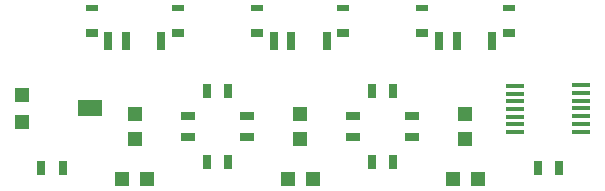
<source format=gbr>
G04 EAGLE Gerber RS-274X export*
G75*
%MOMM*%
%FSLAX34Y34*%
%LPD*%
%INSolderpaste Top*%
%IPPOS*%
%AMOC8*
5,1,8,0,0,1.08239X$1,22.5*%
G01*
%ADD10R,0.800000X1.200000*%
%ADD11R,1.200000X1.200000*%
%ADD12R,1.200000X0.800000*%
%ADD13R,0.700000X1.500000*%
%ADD14R,1.000000X0.600000*%
%ADD15R,1.000000X0.800000*%
%ADD16R,1.600000X0.350000*%
%ADD17R,1.300000X1.300000*%
%ADD18R,2.000000X1.401600*%


D10*
X456000Y75000D03*
X474000Y75000D03*
D11*
X395000Y120500D03*
X395000Y99500D03*
X255000Y120500D03*
X255000Y99500D03*
X115000Y120500D03*
X115000Y99500D03*
D12*
X160000Y101000D03*
X160000Y119000D03*
X300000Y101000D03*
X300000Y119000D03*
D10*
X316000Y140000D03*
X334000Y140000D03*
X194000Y140000D03*
X176000Y140000D03*
D12*
X210000Y119000D03*
X210000Y101000D03*
X350000Y119000D03*
X350000Y101000D03*
D10*
X334000Y80000D03*
X316000Y80000D03*
X194000Y80000D03*
X176000Y80000D03*
X54000Y75000D03*
X36000Y75000D03*
D13*
X92500Y182500D03*
X107500Y182500D03*
X137500Y182500D03*
D14*
X78500Y210000D03*
D15*
X78500Y189000D03*
D14*
X151500Y210000D03*
D15*
X151500Y189000D03*
D13*
X232500Y182500D03*
X247500Y182500D03*
X277500Y182500D03*
D14*
X218500Y210000D03*
D15*
X218500Y189000D03*
D14*
X291500Y210000D03*
D15*
X291500Y189000D03*
D13*
X372500Y182500D03*
X387500Y182500D03*
X417500Y182500D03*
D14*
X358500Y210000D03*
D15*
X358500Y189000D03*
D14*
X431500Y210000D03*
D15*
X431500Y189000D03*
D16*
X437000Y124500D03*
X493000Y125000D03*
X493000Y131500D03*
X493000Y138000D03*
X493000Y144500D03*
X493000Y118500D03*
X493000Y112000D03*
X493000Y105500D03*
X437000Y131000D03*
X437000Y137500D03*
X437000Y144000D03*
X437000Y118000D03*
X437000Y111500D03*
X437000Y105000D03*
D17*
X19600Y113500D03*
D18*
X77385Y125000D03*
D17*
X19600Y136500D03*
D11*
X125500Y65000D03*
X104500Y65000D03*
X265500Y65000D03*
X244500Y65000D03*
X405500Y65000D03*
X384500Y65000D03*
M02*

</source>
